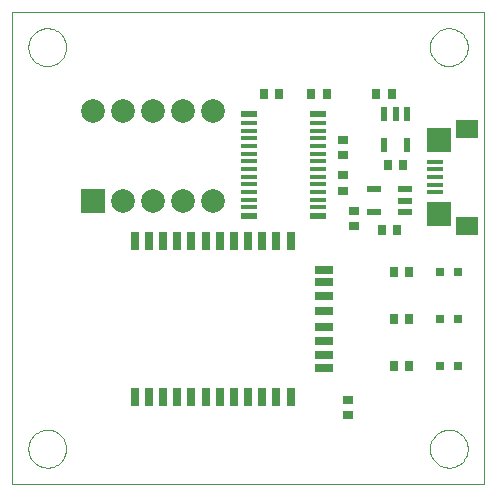
<source format=gtp>
G75*
%MOIN*%
%OFA0B0*%
%FSLAX24Y24*%
%IPPOS*%
%LPD*%
%AMOC8*
5,1,8,0,0,1.08239X$1,22.5*
%
%ADD10C,0.0000*%
%ADD11R,0.0276X0.0354*%
%ADD12R,0.0354X0.0276*%
%ADD13R,0.0531X0.0236*%
%ADD14R,0.0531X0.0157*%
%ADD15R,0.0315X0.0630*%
%ADD16R,0.0630X0.0315*%
%ADD17R,0.0472X0.0217*%
%ADD18R,0.0217X0.0472*%
%ADD19R,0.0748X0.0630*%
%ADD20R,0.0787X0.0827*%
%ADD21R,0.0315X0.0315*%
%ADD22R,0.0787X0.0787*%
%ADD23C,0.0787*%
D10*
X001361Y001361D02*
X001361Y017109D01*
X017109Y017109D01*
X017109Y001361D01*
X001361Y001361D01*
X001912Y002542D02*
X001914Y002592D01*
X001920Y002642D01*
X001930Y002691D01*
X001944Y002739D01*
X001961Y002786D01*
X001982Y002831D01*
X002007Y002875D01*
X002035Y002916D01*
X002067Y002955D01*
X002101Y002992D01*
X002138Y003026D01*
X002178Y003056D01*
X002220Y003083D01*
X002264Y003107D01*
X002310Y003128D01*
X002357Y003144D01*
X002405Y003157D01*
X002455Y003166D01*
X002504Y003171D01*
X002555Y003172D01*
X002605Y003169D01*
X002654Y003162D01*
X002703Y003151D01*
X002751Y003136D01*
X002797Y003118D01*
X002842Y003096D01*
X002885Y003070D01*
X002926Y003041D01*
X002965Y003009D01*
X003001Y002974D01*
X003033Y002936D01*
X003063Y002896D01*
X003090Y002853D01*
X003113Y002809D01*
X003132Y002763D01*
X003148Y002715D01*
X003160Y002666D01*
X003168Y002617D01*
X003172Y002567D01*
X003172Y002517D01*
X003168Y002467D01*
X003160Y002418D01*
X003148Y002369D01*
X003132Y002321D01*
X003113Y002275D01*
X003090Y002231D01*
X003063Y002188D01*
X003033Y002148D01*
X003001Y002110D01*
X002965Y002075D01*
X002926Y002043D01*
X002885Y002014D01*
X002842Y001988D01*
X002797Y001966D01*
X002751Y001948D01*
X002703Y001933D01*
X002654Y001922D01*
X002605Y001915D01*
X002555Y001912D01*
X002504Y001913D01*
X002455Y001918D01*
X002405Y001927D01*
X002357Y001940D01*
X002310Y001956D01*
X002264Y001977D01*
X002220Y002001D01*
X002178Y002028D01*
X002138Y002058D01*
X002101Y002092D01*
X002067Y002129D01*
X002035Y002168D01*
X002007Y002209D01*
X001982Y002253D01*
X001961Y002298D01*
X001944Y002345D01*
X001930Y002393D01*
X001920Y002442D01*
X001914Y002492D01*
X001912Y002542D01*
X001912Y015928D02*
X001914Y015978D01*
X001920Y016028D01*
X001930Y016077D01*
X001944Y016125D01*
X001961Y016172D01*
X001982Y016217D01*
X002007Y016261D01*
X002035Y016302D01*
X002067Y016341D01*
X002101Y016378D01*
X002138Y016412D01*
X002178Y016442D01*
X002220Y016469D01*
X002264Y016493D01*
X002310Y016514D01*
X002357Y016530D01*
X002405Y016543D01*
X002455Y016552D01*
X002504Y016557D01*
X002555Y016558D01*
X002605Y016555D01*
X002654Y016548D01*
X002703Y016537D01*
X002751Y016522D01*
X002797Y016504D01*
X002842Y016482D01*
X002885Y016456D01*
X002926Y016427D01*
X002965Y016395D01*
X003001Y016360D01*
X003033Y016322D01*
X003063Y016282D01*
X003090Y016239D01*
X003113Y016195D01*
X003132Y016149D01*
X003148Y016101D01*
X003160Y016052D01*
X003168Y016003D01*
X003172Y015953D01*
X003172Y015903D01*
X003168Y015853D01*
X003160Y015804D01*
X003148Y015755D01*
X003132Y015707D01*
X003113Y015661D01*
X003090Y015617D01*
X003063Y015574D01*
X003033Y015534D01*
X003001Y015496D01*
X002965Y015461D01*
X002926Y015429D01*
X002885Y015400D01*
X002842Y015374D01*
X002797Y015352D01*
X002751Y015334D01*
X002703Y015319D01*
X002654Y015308D01*
X002605Y015301D01*
X002555Y015298D01*
X002504Y015299D01*
X002455Y015304D01*
X002405Y015313D01*
X002357Y015326D01*
X002310Y015342D01*
X002264Y015363D01*
X002220Y015387D01*
X002178Y015414D01*
X002138Y015444D01*
X002101Y015478D01*
X002067Y015515D01*
X002035Y015554D01*
X002007Y015595D01*
X001982Y015639D01*
X001961Y015684D01*
X001944Y015731D01*
X001930Y015779D01*
X001920Y015828D01*
X001914Y015878D01*
X001912Y015928D01*
X015298Y015928D02*
X015300Y015978D01*
X015306Y016028D01*
X015316Y016077D01*
X015330Y016125D01*
X015347Y016172D01*
X015368Y016217D01*
X015393Y016261D01*
X015421Y016302D01*
X015453Y016341D01*
X015487Y016378D01*
X015524Y016412D01*
X015564Y016442D01*
X015606Y016469D01*
X015650Y016493D01*
X015696Y016514D01*
X015743Y016530D01*
X015791Y016543D01*
X015841Y016552D01*
X015890Y016557D01*
X015941Y016558D01*
X015991Y016555D01*
X016040Y016548D01*
X016089Y016537D01*
X016137Y016522D01*
X016183Y016504D01*
X016228Y016482D01*
X016271Y016456D01*
X016312Y016427D01*
X016351Y016395D01*
X016387Y016360D01*
X016419Y016322D01*
X016449Y016282D01*
X016476Y016239D01*
X016499Y016195D01*
X016518Y016149D01*
X016534Y016101D01*
X016546Y016052D01*
X016554Y016003D01*
X016558Y015953D01*
X016558Y015903D01*
X016554Y015853D01*
X016546Y015804D01*
X016534Y015755D01*
X016518Y015707D01*
X016499Y015661D01*
X016476Y015617D01*
X016449Y015574D01*
X016419Y015534D01*
X016387Y015496D01*
X016351Y015461D01*
X016312Y015429D01*
X016271Y015400D01*
X016228Y015374D01*
X016183Y015352D01*
X016137Y015334D01*
X016089Y015319D01*
X016040Y015308D01*
X015991Y015301D01*
X015941Y015298D01*
X015890Y015299D01*
X015841Y015304D01*
X015791Y015313D01*
X015743Y015326D01*
X015696Y015342D01*
X015650Y015363D01*
X015606Y015387D01*
X015564Y015414D01*
X015524Y015444D01*
X015487Y015478D01*
X015453Y015515D01*
X015421Y015554D01*
X015393Y015595D01*
X015368Y015639D01*
X015347Y015684D01*
X015330Y015731D01*
X015316Y015779D01*
X015306Y015828D01*
X015300Y015878D01*
X015298Y015928D01*
X015298Y002542D02*
X015300Y002592D01*
X015306Y002642D01*
X015316Y002691D01*
X015330Y002739D01*
X015347Y002786D01*
X015368Y002831D01*
X015393Y002875D01*
X015421Y002916D01*
X015453Y002955D01*
X015487Y002992D01*
X015524Y003026D01*
X015564Y003056D01*
X015606Y003083D01*
X015650Y003107D01*
X015696Y003128D01*
X015743Y003144D01*
X015791Y003157D01*
X015841Y003166D01*
X015890Y003171D01*
X015941Y003172D01*
X015991Y003169D01*
X016040Y003162D01*
X016089Y003151D01*
X016137Y003136D01*
X016183Y003118D01*
X016228Y003096D01*
X016271Y003070D01*
X016312Y003041D01*
X016351Y003009D01*
X016387Y002974D01*
X016419Y002936D01*
X016449Y002896D01*
X016476Y002853D01*
X016499Y002809D01*
X016518Y002763D01*
X016534Y002715D01*
X016546Y002666D01*
X016554Y002617D01*
X016558Y002567D01*
X016558Y002517D01*
X016554Y002467D01*
X016546Y002418D01*
X016534Y002369D01*
X016518Y002321D01*
X016499Y002275D01*
X016476Y002231D01*
X016449Y002188D01*
X016419Y002148D01*
X016387Y002110D01*
X016351Y002075D01*
X016312Y002043D01*
X016271Y002014D01*
X016228Y001988D01*
X016183Y001966D01*
X016137Y001948D01*
X016089Y001933D01*
X016040Y001922D01*
X015991Y001915D01*
X015941Y001912D01*
X015890Y001913D01*
X015841Y001918D01*
X015791Y001927D01*
X015743Y001940D01*
X015696Y001956D01*
X015650Y001977D01*
X015606Y002001D01*
X015564Y002028D01*
X015524Y002058D01*
X015487Y002092D01*
X015453Y002129D01*
X015421Y002168D01*
X015393Y002209D01*
X015368Y002253D01*
X015347Y002298D01*
X015330Y002345D01*
X015316Y002393D01*
X015306Y002442D01*
X015300Y002492D01*
X015298Y002542D01*
D11*
X014609Y005298D03*
X014097Y005298D03*
X014097Y006873D03*
X014609Y006873D03*
X014609Y008448D03*
X014097Y008448D03*
X014215Y009826D03*
X013704Y009826D03*
X013900Y011991D03*
X014412Y011991D03*
X014019Y014353D03*
X013507Y014353D03*
X011853Y014353D03*
X011341Y014353D03*
X010278Y014353D03*
X009767Y014353D03*
D12*
X012385Y012837D03*
X012385Y012326D03*
X012385Y011656D03*
X012385Y011145D03*
X012778Y010475D03*
X012778Y009963D03*
X012582Y004176D03*
X012582Y003664D03*
D13*
X011568Y010288D03*
X009265Y010288D03*
X009265Y013694D03*
X011568Y013694D03*
D14*
X011568Y013399D03*
X011568Y013143D03*
X011568Y012887D03*
X011568Y012631D03*
X011568Y012375D03*
X011568Y012119D03*
X011568Y011863D03*
X011568Y011607D03*
X011568Y011351D03*
X011568Y011095D03*
X011568Y010839D03*
X011568Y010584D03*
X009265Y010584D03*
X009265Y010839D03*
X009265Y011095D03*
X009265Y011351D03*
X009265Y011607D03*
X009265Y011863D03*
X009265Y012119D03*
X009265Y012375D03*
X009265Y012631D03*
X009265Y012887D03*
X009265Y013143D03*
X009265Y013399D03*
X015465Y012109D03*
X015465Y011853D03*
X015465Y011597D03*
X015465Y011341D03*
X015465Y011086D03*
D15*
X010652Y009471D03*
X010180Y009471D03*
X009708Y009471D03*
X009235Y009471D03*
X008763Y009471D03*
X008290Y009471D03*
X007818Y009471D03*
X007345Y009471D03*
X006873Y009471D03*
X006400Y009471D03*
X005928Y009471D03*
X005456Y009471D03*
X005456Y004274D03*
X005928Y004274D03*
X006400Y004274D03*
X006873Y004274D03*
X007345Y004274D03*
X007818Y004274D03*
X008290Y004274D03*
X008763Y004274D03*
X009235Y004274D03*
X009708Y004274D03*
X010180Y004274D03*
X010652Y004274D03*
D16*
X011755Y005250D03*
X011755Y005652D03*
X011755Y006125D03*
X011755Y006597D03*
X011755Y007149D03*
X011755Y007621D03*
X011755Y008093D03*
X011755Y008496D03*
D17*
X013448Y010436D03*
X013448Y011184D03*
X014471Y011184D03*
X014471Y010810D03*
X014471Y010436D03*
D18*
X014530Y012660D03*
X013782Y012660D03*
X013782Y013684D03*
X014156Y013684D03*
X014530Y013684D03*
D19*
X016519Y013211D03*
X016519Y009983D03*
D20*
X015593Y010377D03*
X015593Y012818D03*
D21*
X015633Y008448D03*
X016223Y008448D03*
X016223Y006873D03*
X015633Y006873D03*
X015633Y005298D03*
X016223Y005298D03*
D22*
X004054Y010810D03*
D23*
X005054Y010810D03*
X006054Y010810D03*
X007054Y010810D03*
X008054Y010810D03*
X008054Y013810D03*
X007054Y013810D03*
X006054Y013810D03*
X005054Y013810D03*
X004054Y013810D03*
M02*

</source>
